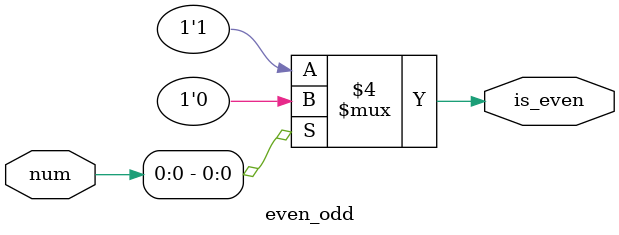
<source format=v>
  module even_odd (
      input [3:0] num,
      output reg is_even
  );

      always @(*) begin
          if (num[0] == 0)
              is_even = 1;
          else
              is_even = 0;
      end

  endmodule

</source>
